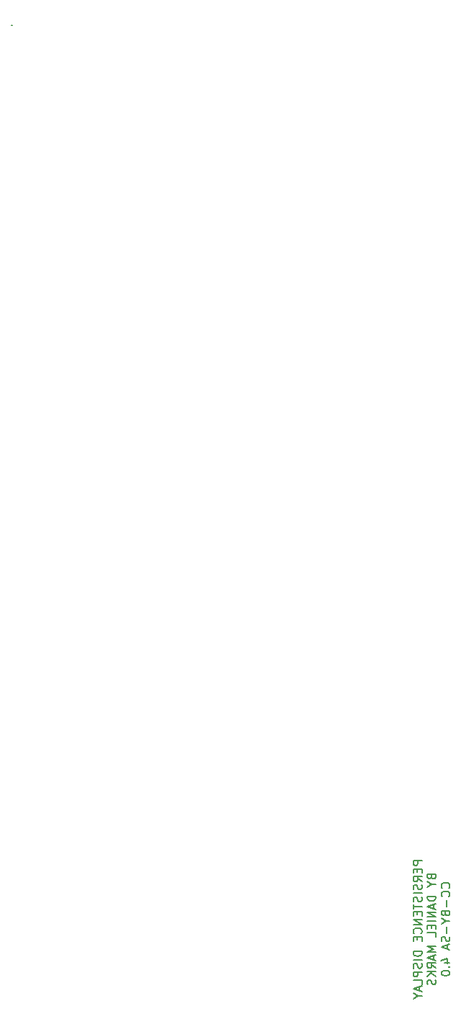
<source format=gbr>
G04 #@! TF.FileFunction,Legend,Bot*
%FSLAX46Y46*%
G04 Gerber Fmt 4.6, Leading zero omitted, Abs format (unit mm)*
G04 Created by KiCad (PCBNEW 4.0.7) date 05/20/20 11:55:21*
%MOMM*%
%LPD*%
G01*
G04 APERTURE LIST*
%ADD10C,0.100000*%
%ADD11C,0.150000*%
%ADD12C,0.200000*%
G04 APERTURE END LIST*
D10*
D11*
X143577381Y-127728571D02*
X142577381Y-127728571D01*
X142577381Y-128109524D01*
X142625000Y-128204762D01*
X142672619Y-128252381D01*
X142767857Y-128300000D01*
X142910714Y-128300000D01*
X143005952Y-128252381D01*
X143053571Y-128204762D01*
X143101190Y-128109524D01*
X143101190Y-127728571D01*
X143053571Y-128728571D02*
X143053571Y-129061905D01*
X143577381Y-129204762D02*
X143577381Y-128728571D01*
X142577381Y-128728571D01*
X142577381Y-129204762D01*
X143577381Y-130204762D02*
X143101190Y-129871428D01*
X143577381Y-129633333D02*
X142577381Y-129633333D01*
X142577381Y-130014286D01*
X142625000Y-130109524D01*
X142672619Y-130157143D01*
X142767857Y-130204762D01*
X142910714Y-130204762D01*
X143005952Y-130157143D01*
X143053571Y-130109524D01*
X143101190Y-130014286D01*
X143101190Y-129633333D01*
X143529762Y-130585714D02*
X143577381Y-130728571D01*
X143577381Y-130966667D01*
X143529762Y-131061905D01*
X143482143Y-131109524D01*
X143386905Y-131157143D01*
X143291667Y-131157143D01*
X143196429Y-131109524D01*
X143148810Y-131061905D01*
X143101190Y-130966667D01*
X143053571Y-130776190D01*
X143005952Y-130680952D01*
X142958333Y-130633333D01*
X142863095Y-130585714D01*
X142767857Y-130585714D01*
X142672619Y-130633333D01*
X142625000Y-130680952D01*
X142577381Y-130776190D01*
X142577381Y-131014286D01*
X142625000Y-131157143D01*
X143577381Y-131585714D02*
X142577381Y-131585714D01*
X143529762Y-132014285D02*
X143577381Y-132157142D01*
X143577381Y-132395238D01*
X143529762Y-132490476D01*
X143482143Y-132538095D01*
X143386905Y-132585714D01*
X143291667Y-132585714D01*
X143196429Y-132538095D01*
X143148810Y-132490476D01*
X143101190Y-132395238D01*
X143053571Y-132204761D01*
X143005952Y-132109523D01*
X142958333Y-132061904D01*
X142863095Y-132014285D01*
X142767857Y-132014285D01*
X142672619Y-132061904D01*
X142625000Y-132109523D01*
X142577381Y-132204761D01*
X142577381Y-132442857D01*
X142625000Y-132585714D01*
X142577381Y-132871428D02*
X142577381Y-133442857D01*
X143577381Y-133157142D02*
X142577381Y-133157142D01*
X143053571Y-133776190D02*
X143053571Y-134109524D01*
X143577381Y-134252381D02*
X143577381Y-133776190D01*
X142577381Y-133776190D01*
X142577381Y-134252381D01*
X143577381Y-134680952D02*
X142577381Y-134680952D01*
X143577381Y-135252381D01*
X142577381Y-135252381D01*
X143482143Y-136300000D02*
X143529762Y-136252381D01*
X143577381Y-136109524D01*
X143577381Y-136014286D01*
X143529762Y-135871428D01*
X143434524Y-135776190D01*
X143339286Y-135728571D01*
X143148810Y-135680952D01*
X143005952Y-135680952D01*
X142815476Y-135728571D01*
X142720238Y-135776190D01*
X142625000Y-135871428D01*
X142577381Y-136014286D01*
X142577381Y-136109524D01*
X142625000Y-136252381D01*
X142672619Y-136300000D01*
X143053571Y-136728571D02*
X143053571Y-137061905D01*
X143577381Y-137204762D02*
X143577381Y-136728571D01*
X142577381Y-136728571D01*
X142577381Y-137204762D01*
X143577381Y-138395238D02*
X142577381Y-138395238D01*
X142577381Y-138633333D01*
X142625000Y-138776191D01*
X142720238Y-138871429D01*
X142815476Y-138919048D01*
X143005952Y-138966667D01*
X143148810Y-138966667D01*
X143339286Y-138919048D01*
X143434524Y-138871429D01*
X143529762Y-138776191D01*
X143577381Y-138633333D01*
X143577381Y-138395238D01*
X143577381Y-139395238D02*
X142577381Y-139395238D01*
X143529762Y-139823809D02*
X143577381Y-139966666D01*
X143577381Y-140204762D01*
X143529762Y-140300000D01*
X143482143Y-140347619D01*
X143386905Y-140395238D01*
X143291667Y-140395238D01*
X143196429Y-140347619D01*
X143148810Y-140300000D01*
X143101190Y-140204762D01*
X143053571Y-140014285D01*
X143005952Y-139919047D01*
X142958333Y-139871428D01*
X142863095Y-139823809D01*
X142767857Y-139823809D01*
X142672619Y-139871428D01*
X142625000Y-139919047D01*
X142577381Y-140014285D01*
X142577381Y-140252381D01*
X142625000Y-140395238D01*
X143577381Y-140823809D02*
X142577381Y-140823809D01*
X142577381Y-141204762D01*
X142625000Y-141300000D01*
X142672619Y-141347619D01*
X142767857Y-141395238D01*
X142910714Y-141395238D01*
X143005952Y-141347619D01*
X143053571Y-141300000D01*
X143101190Y-141204762D01*
X143101190Y-140823809D01*
X143577381Y-142300000D02*
X143577381Y-141823809D01*
X142577381Y-141823809D01*
X143291667Y-142585714D02*
X143291667Y-143061905D01*
X143577381Y-142490476D02*
X142577381Y-142823809D01*
X143577381Y-143157143D01*
X143101190Y-143680952D02*
X143577381Y-143680952D01*
X142577381Y-143347619D02*
X143101190Y-143680952D01*
X142577381Y-144014286D01*
X144703571Y-129657143D02*
X144751190Y-129800000D01*
X144798810Y-129847619D01*
X144894048Y-129895238D01*
X145036905Y-129895238D01*
X145132143Y-129847619D01*
X145179762Y-129800000D01*
X145227381Y-129704762D01*
X145227381Y-129323809D01*
X144227381Y-129323809D01*
X144227381Y-129657143D01*
X144275000Y-129752381D01*
X144322619Y-129800000D01*
X144417857Y-129847619D01*
X144513095Y-129847619D01*
X144608333Y-129800000D01*
X144655952Y-129752381D01*
X144703571Y-129657143D01*
X144703571Y-129323809D01*
X144751190Y-130514285D02*
X145227381Y-130514285D01*
X144227381Y-130180952D02*
X144751190Y-130514285D01*
X144227381Y-130847619D01*
X145227381Y-131942857D02*
X144227381Y-131942857D01*
X144227381Y-132180952D01*
X144275000Y-132323810D01*
X144370238Y-132419048D01*
X144465476Y-132466667D01*
X144655952Y-132514286D01*
X144798810Y-132514286D01*
X144989286Y-132466667D01*
X145084524Y-132419048D01*
X145179762Y-132323810D01*
X145227381Y-132180952D01*
X145227381Y-131942857D01*
X144941667Y-132895238D02*
X144941667Y-133371429D01*
X145227381Y-132800000D02*
X144227381Y-133133333D01*
X145227381Y-133466667D01*
X145227381Y-133800000D02*
X144227381Y-133800000D01*
X145227381Y-134371429D01*
X144227381Y-134371429D01*
X145227381Y-134847619D02*
X144227381Y-134847619D01*
X144703571Y-135323809D02*
X144703571Y-135657143D01*
X145227381Y-135800000D02*
X145227381Y-135323809D01*
X144227381Y-135323809D01*
X144227381Y-135800000D01*
X145227381Y-136704762D02*
X145227381Y-136228571D01*
X144227381Y-136228571D01*
X145227381Y-137800000D02*
X144227381Y-137800000D01*
X144941667Y-138133334D01*
X144227381Y-138466667D01*
X145227381Y-138466667D01*
X144941667Y-138895238D02*
X144941667Y-139371429D01*
X145227381Y-138800000D02*
X144227381Y-139133333D01*
X145227381Y-139466667D01*
X145227381Y-140371429D02*
X144751190Y-140038095D01*
X145227381Y-139800000D02*
X144227381Y-139800000D01*
X144227381Y-140180953D01*
X144275000Y-140276191D01*
X144322619Y-140323810D01*
X144417857Y-140371429D01*
X144560714Y-140371429D01*
X144655952Y-140323810D01*
X144703571Y-140276191D01*
X144751190Y-140180953D01*
X144751190Y-139800000D01*
X145227381Y-140800000D02*
X144227381Y-140800000D01*
X145227381Y-141371429D02*
X144655952Y-140942857D01*
X144227381Y-141371429D02*
X144798810Y-140800000D01*
X145179762Y-141752381D02*
X145227381Y-141895238D01*
X145227381Y-142133334D01*
X145179762Y-142228572D01*
X145132143Y-142276191D01*
X145036905Y-142323810D01*
X144941667Y-142323810D01*
X144846429Y-142276191D01*
X144798810Y-142228572D01*
X144751190Y-142133334D01*
X144703571Y-141942857D01*
X144655952Y-141847619D01*
X144608333Y-141800000D01*
X144513095Y-141752381D01*
X144417857Y-141752381D01*
X144322619Y-141800000D01*
X144275000Y-141847619D01*
X144227381Y-141942857D01*
X144227381Y-142180953D01*
X144275000Y-142323810D01*
X146782143Y-130966667D02*
X146829762Y-130919048D01*
X146877381Y-130776191D01*
X146877381Y-130680953D01*
X146829762Y-130538095D01*
X146734524Y-130442857D01*
X146639286Y-130395238D01*
X146448810Y-130347619D01*
X146305952Y-130347619D01*
X146115476Y-130395238D01*
X146020238Y-130442857D01*
X145925000Y-130538095D01*
X145877381Y-130680953D01*
X145877381Y-130776191D01*
X145925000Y-130919048D01*
X145972619Y-130966667D01*
X146782143Y-131966667D02*
X146829762Y-131919048D01*
X146877381Y-131776191D01*
X146877381Y-131680953D01*
X146829762Y-131538095D01*
X146734524Y-131442857D01*
X146639286Y-131395238D01*
X146448810Y-131347619D01*
X146305952Y-131347619D01*
X146115476Y-131395238D01*
X146020238Y-131442857D01*
X145925000Y-131538095D01*
X145877381Y-131680953D01*
X145877381Y-131776191D01*
X145925000Y-131919048D01*
X145972619Y-131966667D01*
X146496429Y-132395238D02*
X146496429Y-133157143D01*
X146353571Y-133966667D02*
X146401190Y-134109524D01*
X146448810Y-134157143D01*
X146544048Y-134204762D01*
X146686905Y-134204762D01*
X146782143Y-134157143D01*
X146829762Y-134109524D01*
X146877381Y-134014286D01*
X146877381Y-133633333D01*
X145877381Y-133633333D01*
X145877381Y-133966667D01*
X145925000Y-134061905D01*
X145972619Y-134109524D01*
X146067857Y-134157143D01*
X146163095Y-134157143D01*
X146258333Y-134109524D01*
X146305952Y-134061905D01*
X146353571Y-133966667D01*
X146353571Y-133633333D01*
X146401190Y-134823809D02*
X146877381Y-134823809D01*
X145877381Y-134490476D02*
X146401190Y-134823809D01*
X145877381Y-135157143D01*
X146496429Y-135490476D02*
X146496429Y-136252381D01*
X146829762Y-136680952D02*
X146877381Y-136823809D01*
X146877381Y-137061905D01*
X146829762Y-137157143D01*
X146782143Y-137204762D01*
X146686905Y-137252381D01*
X146591667Y-137252381D01*
X146496429Y-137204762D01*
X146448810Y-137157143D01*
X146401190Y-137061905D01*
X146353571Y-136871428D01*
X146305952Y-136776190D01*
X146258333Y-136728571D01*
X146163095Y-136680952D01*
X146067857Y-136680952D01*
X145972619Y-136728571D01*
X145925000Y-136776190D01*
X145877381Y-136871428D01*
X145877381Y-137109524D01*
X145925000Y-137252381D01*
X146591667Y-137633333D02*
X146591667Y-138109524D01*
X146877381Y-137538095D02*
X145877381Y-137871428D01*
X146877381Y-138204762D01*
X146210714Y-139728572D02*
X146877381Y-139728572D01*
X145829762Y-139490476D02*
X146544048Y-139252381D01*
X146544048Y-139871429D01*
X146782143Y-140252381D02*
X146829762Y-140300000D01*
X146877381Y-140252381D01*
X146829762Y-140204762D01*
X146782143Y-140252381D01*
X146877381Y-140252381D01*
X145877381Y-140919047D02*
X145877381Y-141014286D01*
X145925000Y-141109524D01*
X145972619Y-141157143D01*
X146067857Y-141204762D01*
X146258333Y-141252381D01*
X146496429Y-141252381D01*
X146686905Y-141204762D01*
X146782143Y-141157143D01*
X146829762Y-141109524D01*
X146877381Y-141014286D01*
X146877381Y-140919047D01*
X146829762Y-140823809D01*
X146782143Y-140776190D01*
X146686905Y-140728571D01*
X146496429Y-140680952D01*
X146258333Y-140680952D01*
X146067857Y-140728571D01*
X145972619Y-140776190D01*
X145925000Y-140823809D01*
X145877381Y-140919047D01*
D12*
X95313500Y-29527500D02*
X95377000Y-29527500D01*
M02*

</source>
